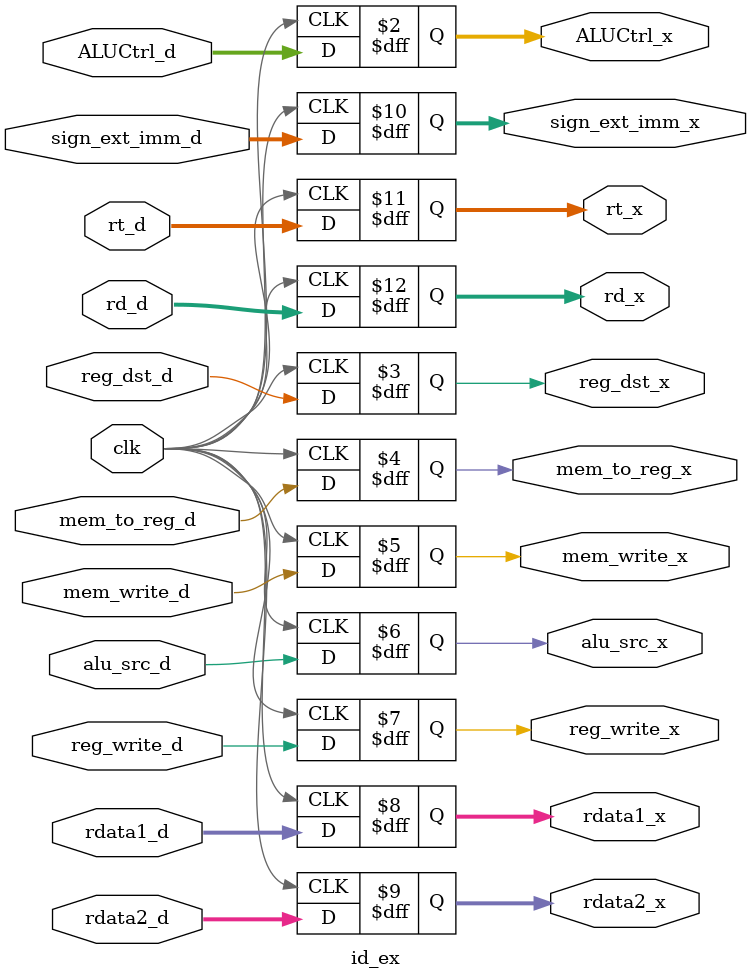
<source format=v>
module id_ex(
    input clk,
    input [2:0] ALUCtrl_d,
    input reg_dst_d, mem_to_reg_d, mem_write_d, alu_src_d, reg_write_d,
    input [15:0] rdata1_d, rdata2_d, sign_ext_imm_d,
    input [2:0] rt_d, rd_d,

    output reg [2:0] ALUCtrl_x,
    output reg reg_dst_x, mem_to_reg_x, mem_write_x, alu_src_x, reg_write_x,
    output reg [15:0] rdata1_x, rdata2_x, sign_ext_imm_x,
    output reg [2:0] rt_x, rd_x
);
    always @(posedge clk) begin
        // Control Signals
        ALUCtrl_x <= ALUCtrl_d;
        reg_dst_x <= reg_dst_d;
        mem_to_reg_x <= mem_to_reg_d;
        mem_write_x <= mem_write_d;
        alu_src_x <= alu_src_d;
        reg_write_x <= reg_write_d;

        // Data Signals
        rdata1_x <= rdata1_d;
        rdata2_x <= rdata2_d;
        sign_ext_imm_x <= sign_ext_imm_d;

        // PC and Registers' indices
        rt_x <= rt_d;
        rd_x <= rd_d;
    end
endmodule
</source>
